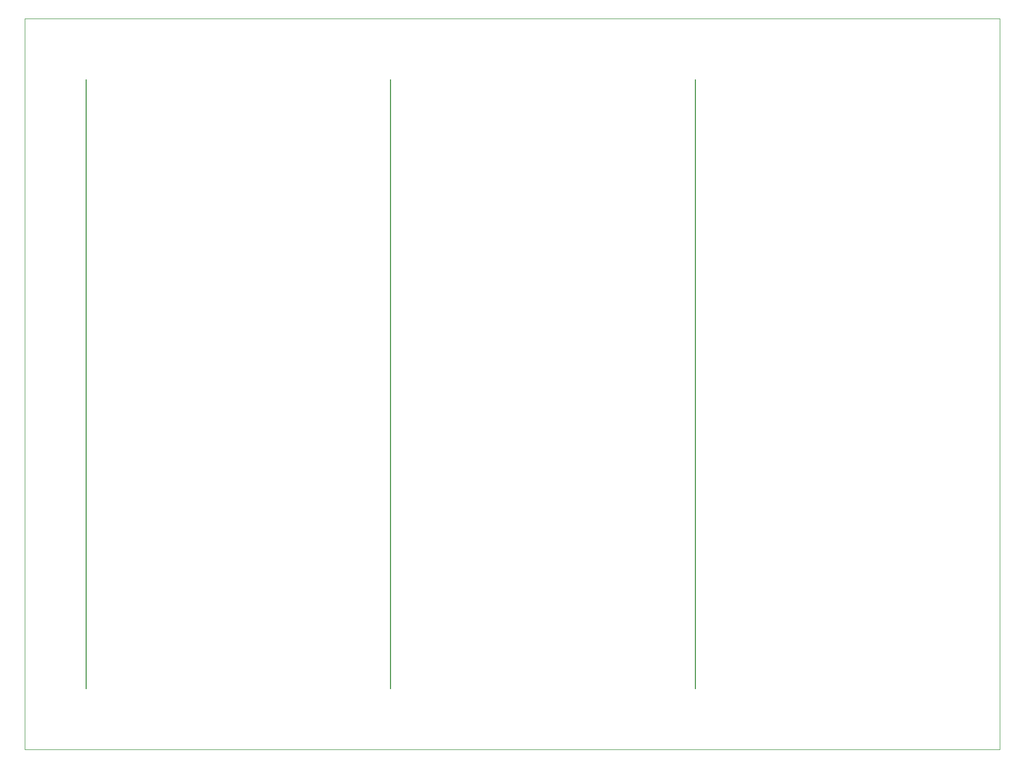
<source format=gm1>
G04*
G04 #@! TF.GenerationSoftware,Altium Limited,Altium Designer,19.0.14 (431)*
G04*
G04 Layer_Color=16711935*
%FSLAX44Y44*%
%MOMM*%
G71*
G01*
G75*
%ADD34C,0.2000*%
%ADD54C,0.1000*%
D34*
X1000754Y4D02*
Y200004D01*
Y400004D01*
Y600004D01*
Y800004D01*
Y1000004D01*
X500754Y4D02*
Y200004D01*
Y400004D01*
Y600004D01*
Y800004D01*
Y1000004D01*
X754Y4D02*
Y200004D01*
Y400004D01*
Y600004D01*
Y800004D01*
Y1000004D01*
D54*
X-100000Y-100000D02*
Y1100000D01*
X1500000D01*
Y-100000D02*
Y1100000D01*
X-99930Y-99890D02*
X1499500D01*
M02*

</source>
